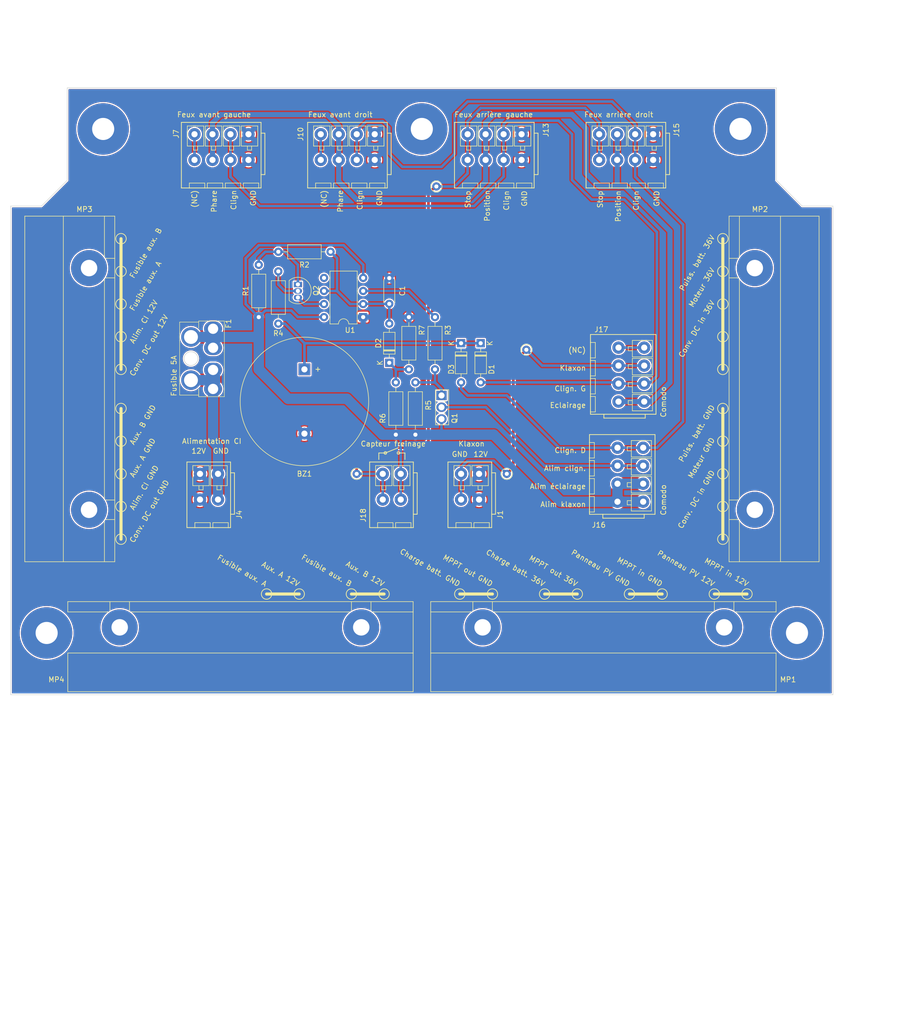
<source format=kicad_pcb>
(kicad_pcb (version 20211014) (generator pcbnew)

  (general
    (thickness 1.6)
  )

  (paper "A4")
  (layers
    (0 "F.Cu" signal)
    (31 "B.Cu" signal)
    (32 "B.Adhes" user "B.Adhesive")
    (33 "F.Adhes" user "F.Adhesive")
    (34 "B.Paste" user)
    (35 "F.Paste" user)
    (36 "B.SilkS" user "B.Silkscreen")
    (37 "F.SilkS" user "F.Silkscreen")
    (38 "B.Mask" user)
    (39 "F.Mask" user)
    (40 "Dwgs.User" user "User.Drawings")
    (41 "Cmts.User" user "User.Comments")
    (42 "Eco1.User" user "User.Eco1")
    (43 "Eco2.User" user "User.Eco2")
    (44 "Edge.Cuts" user)
    (45 "Margin" user)
    (46 "B.CrtYd" user "B.Courtyard")
    (47 "F.CrtYd" user "F.Courtyard")
    (48 "B.Fab" user)
    (49 "F.Fab" user)
    (50 "User.1" user)
    (51 "User.2" user)
    (52 "User.3" user)
    (53 "User.4" user)
    (54 "User.5" user)
    (55 "User.6" user)
    (56 "User.7" user)
    (57 "User.8" user)
    (58 "User.9" user)
  )

  (setup
    (stackup
      (layer "F.SilkS" (type "Top Silk Screen"))
      (layer "F.Paste" (type "Top Solder Paste"))
      (layer "F.Mask" (type "Top Solder Mask") (thickness 0.01))
      (layer "F.Cu" (type "copper") (thickness 0.035))
      (layer "dielectric 1" (type "core") (thickness 1.51) (material "FR4") (epsilon_r 4.5) (loss_tangent 0.02))
      (layer "B.Cu" (type "copper") (thickness 0.035))
      (layer "B.Mask" (type "Bottom Solder Mask") (thickness 0.01))
      (layer "B.Paste" (type "Bottom Solder Paste"))
      (layer "B.SilkS" (type "Bottom Silk Screen"))
      (copper_finish "None")
      (dielectric_constraints no)
    )
    (pad_to_mask_clearance 0)
    (pcbplotparams
      (layerselection 0x00010e0_ffffffff)
      (disableapertmacros false)
      (usegerberextensions false)
      (usegerberattributes true)
      (usegerberadvancedattributes true)
      (creategerberjobfile true)
      (svguseinch false)
      (svgprecision 6)
      (excludeedgelayer true)
      (plotframeref false)
      (viasonmask false)
      (mode 1)
      (useauxorigin false)
      (hpglpennumber 1)
      (hpglpenspeed 20)
      (hpglpendiameter 15.000000)
      (dxfpolygonmode true)
      (dxfimperialunits true)
      (dxfusepcbnewfont true)
      (psnegative false)
      (psa4output false)
      (plotreference true)
      (plotvalue true)
      (plotinvisibletext false)
      (sketchpadsonfab false)
      (subtractmaskfromsilk false)
      (outputformat 1)
      (mirror false)
      (drillshape 0)
      (scaleselection 1)
      (outputdirectory "")
    )
  )

  (net 0 "")
  (net 1 "GND")
  (net 2 "Net-(F1-Pad2)")
  (net 3 "unconnected-(J7-Pad4)")
  (net 4 "unconnected-(J10-Pad4)")
  (net 5 "/Phares")
  (net 6 "Net-(J13-Pad4)")
  (net 7 "Net-(J1-Pad2)")
  (net 8 "/Flasher/Out")
  (net 9 "unconnected-(J17-Pad4)")
  (net 10 "/12V_5A")
  (net 11 "Net-(Q1-Pad1)")
  (net 12 "Net-(C1-Pad1)")
  (net 13 "Net-(Q2-Pad1)")
  (net 14 "unconnected-(U1-Pad5)")
  (net 15 "Net-(Q2-Pad2)")
  (net 16 "/Flasher/Enable")
  (net 17 "Net-(Q2-Pad3)")
  (net 18 "Net-(R3-Pad1)")
  (net 19 "Net-(D2-Pad1)")
  (net 20 "Net-(J13-Pad2)")
  (net 21 "Net-(J10-Pad2)")

  (footprint "circuit:Wago_221-500_SplicingConnectorHolder" (layer "F.Cu") (at 95.25 82.55 90))

  (footprint "circuit:MountingHole_5mm" (layer "F.Cu") (at 87 130))

  (footprint "circuit:Buzzer_25x16_12.5" (layer "F.Cu") (at 137.16 78.74 -90))

  (footprint "circuit:Wago_221-500_SplicingConnectorHolder" (layer "F.Cu") (at 124.714 128.905 180))

  (footprint "circuit:Generic_FuseHolder_MINI" (layer "F.Cu") (at 119.38 70.85 -90))

  (footprint "circuit:TerminalBlock_Wago_2601-3102_1x02_P3.50mm_Vertical" (layer "F.Cu") (at 120.340003 104.06 180))

  (footprint "Resistor_THT:R_Axial_DIN0207_L6.3mm_D2.5mm_P10.16mm_Horizontal" (layer "F.Cu") (at 162.56 68.58 -90))

  (footprint "circuit:MountingHole_5mm" (layer "F.Cu") (at 98 32))

  (footprint "circuit:TerminalBlock_Wago_2601-3104_1x04_P3.50mm_Vertical" (layer "F.Cu") (at 179.410004 38.02 180))

  (footprint "Package_DIP:DIP-8_W7.62mm" (layer "F.Cu") (at 148.59 68.58 180))

  (footprint "circuit:Strap_D2.0mm_Drill1.0mm" (layer "F.Cu") (at 176.53 99.06))

  (footprint "circuit:TerminalBlock_Wago_2601-3104_1x04_P3.50mm_Vertical" (layer "F.Cu") (at 205.010004 38.02 180))

  (footprint "circuit:MountingHole_5mm" (layer "F.Cu") (at 222 32))

  (footprint "Diode_THT:D_DO-35_SOD27_P7.62mm_Horizontal" (layer "F.Cu") (at 171.45 73.66 -90))

  (footprint "circuit:TO-92L_Inline" (layer "F.Cu") (at 135.89 62.23 -90))

  (footprint "circuit:TerminalBlock_Wago_2601-3104_1x04_P3.50mm_Vertical" (layer "F.Cu") (at 126.270004 38.02 180))

  (footprint "Resistor_THT:R_Axial_DIN0207_L6.3mm_D2.5mm_P10.16mm_Horizontal" (layer "F.Cu") (at 157.48 78.74 90))

  (footprint "circuit:TerminalBlock_Wago_2601-3104_1x04_P3.50mm_Vertical" (layer "F.Cu") (at 198.07 104.480004 90))

  (footprint "Resistor_THT:R_Axial_DIN0207_L6.3mm_D2.5mm_P10.16mm_Horizontal" (layer "F.Cu") (at 158.75 91.44 90))

  (footprint "circuit:Wago_221-500_SplicingConnectorHolder" (layer "F.Cu") (at 224.79 82.55 -90))

  (footprint "Resistor_THT:R_Axial_DIN0207_L6.3mm_D2.5mm_P10.16mm_Horizontal" (layer "F.Cu") (at 132.08 59.69 -90))

  (footprint "circuit:MountingHole_5mm" (layer "F.Cu") (at 160 32))

  (footprint "Resistor_THT:R_Axial_DIN0207_L6.3mm_D2.5mm_P10.16mm_Horizontal" (layer "F.Cu") (at 154.94 91.44 90))

  (footprint "circuit:Strap_D2.0mm_Drill1.0mm" (layer "F.Cu") (at 147.32 99.06))

  (footprint "Resistor_THT:R_Axial_DIN0207_L6.3mm_D2.5mm_P10.16mm_Horizontal" (layer "F.Cu") (at 128.27 68.58 90))

  (footprint "Resistor_THT:R_Axial_DIN0207_L6.3mm_D2.5mm_P10.16mm_Horizontal" (layer "F.Cu") (at 132.08 55.88))

  (footprint "circuit:Strap_D2.0mm_Drill1.0mm" (layer "F.Cu") (at 180.34 74.93))

  (footprint "Capacitor_THT:C_Disc_D4.3mm_W1.9mm_P5.00mm" (layer "F.Cu") (at 153.67 66 90))

  (footprint "circuit:Strap_D2.0mm_Drill1.0mm" (layer "F.Cu") (at 162.83 43.18))

  (footprint "Diode_THT:D_DO-35_SOD27_P7.62mm_Horizontal" (layer "F.Cu") (at 167.64 73.66 -90))

  (footprint "circuit:TerminalBlock_Wago_2601-3102_1x02_P3.50mm_Vertical" (layer "F.Cu") (at 171.140003 104.06 180))

  (footprint "circuit:Wago_221-500_SplicingConnectorHolder" (layer "F.Cu") (at 195.326 128.905 180))

  (footprint "circuit:TerminalBlock_Wago_2601-3102_1x02_P3.50mm_Vertical" (layer "F.Cu") (at 155.900003 104.06 180))

  (footprint "circuit:TerminalBlock_Wago_2601-3104_1x04_P3.50mm_Vertical" (layer "F.Cu") (at 198.2698 85.014998 90))

  (footprint "circuit:TO-251-3_Vertical" (layer "F.Cu") (at 163.83 83.82 -90))

  (footprint "circuit:MountingHole_5mm" (layer "F.Cu") (at 233 130))

  (footprint "circuit:TerminalBlock_Wago_2601-3104_1x04_P3.50mm_Vertical" (layer "F.Cu") (at 150.835004 38.02 180))

  (footprint "Diode_THT:D_DO-35_SOD27_P7.62mm_Horizontal" (layer "F.Cu") (at 153.67 77.47 90))

  (gr_circle (center 218.567 53.34) (end 218.567 54.356) (layer "F.SilkS") (width 0.15) (fill none) (tstamp 00cc452e-ba96-4e88-af55-18733b4ebc37))
  (gr_line (start 152.908 94.996) (end 155.448 93.98) (layer "F.SilkS") (width 0.15) (tstamp 037ebb6b-c1e3-482d-a0fb-4947fbe14174))
  (gr_circle (center 223.266 122.428) (end 224.282 122.428) (layer "F.SilkS") (width 0.15) (fill none) (tstamp 055fcf87-c6aa-4d3a-b430-5d09e34b74e5))
  (gr_circle (center 101.473 92.71) (end 101.473 93.726) (layer "F.SilkS") (width 0.15) (fill none) (tstamp 0b32eb5e-cf7d-4f91-a80b-b69cb363145f))
  (gr_circle (center 101.473 66.04) (end 101.473 67.056) (layer "F.SilkS") (width 0.15) (fill none) (tstamp 0d55e7a3-dc43-43c6-9a9a-2009d8d31a46))
  (gr_circle (center 218.567 111.76) (end 218.567 112.776) (layer "F.SilkS") (width 0.15) (fill none) (tstamp 0e0ef8f7-8f11-42c6-a45f-df3b4592f844))
  (gr_circle (center 101.473 86.36) (end 101.473 87.376) (layer "F.SilkS") (width 0.15) (fill none) (tstamp 1c60a30a-615f-448b-a49b-d8cc700366e8))
  (gr_circle (center 218.567 66.04) (end 218.567 67.056) (layer "F.SilkS") (width 0.15) (fill none) (tstamp 1eb217a3-880e-4df2-9811-286c14ac7f74))
  (gr_circle (center 101.473 59.69) (end 101.473 60.706) (layer "F.SilkS") (width 0.15) (fill none) (tstamp 21c33e54-0519-410a-b68d-8ed076ea3b1e))
  (gr_circle (center 218.567 105.41) (end 218.567 106.426) (layer "F.SilkS") (width 0.15) (fill none) (tstamp 22f715ec-100a-4c8e-ab3e-fe94307aa39f))
  (gr_line (start 151.638 94.996) (end 152.908 94.996) (layer "F.SilkS") (width 0.15) (tstamp 2665a517-cfa8-4700-85c7-f742ee9f908d))
  (gr_line (start 218.567 111.76) (end 218.567 86.36) (layer "F.SilkS") (width 0.6) (tstamp 267ab17e-424b-4c5b-bf96-65deaaa5db5d))
  (gr_line (start 167.386 122.428) (end 173.736 122.428) (layer "F.SilkS") (width 0.6) (tstamp 276e2239-1b6d-4c52-a207-9385ed3216ee))
  (gr_circle (center 200.406 122.428) (end 200.406 123.444) (layer "F.SilkS") (width 0.15) (fill none) (tstamp 30a29d66-4141-4259-8081-d6952d8bac58))
  (gr_line (start 151.638 96.266) (end 151.638 94.996) (layer "F.SilkS") (width 0.15) (tstamp 317163f5-2dcf-44f7-ad22-042c6ecaf6a0))
  (gr_circle (center 218.567 86.36) (end 218.567 87.376) (layer "F.SilkS") (width 0.15) (fill none) (tstamp 3415d0f1-a5ec-4da2-977b-59cdf177a34e))
  (gr_circle (center 152.908 94.996) (end 152.908 95.25) (layer "F.SilkS") (width 0.15) (fill none) (tstamp 3ba68855-4f8b-4d02-b57a-7a757e623ac6))
  (gr_line (start 156.718 96.266) (end 156.718 94.996) (layer "F.SilkS") (width 0.15) (tstamp 4884cbfa-0b58-4e04-88a2-8b0679a49cfe))
  (gr_circle (center 173.736 122.428) (end 174.752 122.428) (layer "F.SilkS") (width 0.15) (fill none) (tstamp 4ae8d5b6-ac5e-42d2-b8f3-c8cc021daa80))
  (gr_circle (center 101.473 72.39) (end 101.473 73.406) (layer "F.SilkS") (width 0.15) (fill none) (tstamp 51e3ee0a-facb-4db4-9532-340a50f8f1f2))
  (gr_circle (center 206.756 122.428) (end 207.772 122.428) (layer "F.SilkS") (width 0.15) (fill none) (tstamp 556aaf9d-07f6-43f6-8fc0-4e9785c941f1))
  (gr_circle (center 101.473 111.76) (end 101.473 112.776) (layer "F.SilkS") (width 0.15) (fill none) (tstamp 5bf0cce5-0f16-48e1-8027-73d52d0770a7))
  (gr_line (start 155.448 94.996) (end 156.718 94.996) (layer "F.SilkS") (width 0.15) (tstamp 64594d5f-3d87-4b12-b761-9dd43370d25f))
  (gr_line (start 101.473 111.76) (end 101.473 86.36) (layer "F.SilkS") (width 0.6) (tstamp 6880ab3e-a6aa-4a14-9152-a9eb9358d1fc))
  (gr_circle (center 
... [981977 chars truncated]
</source>
